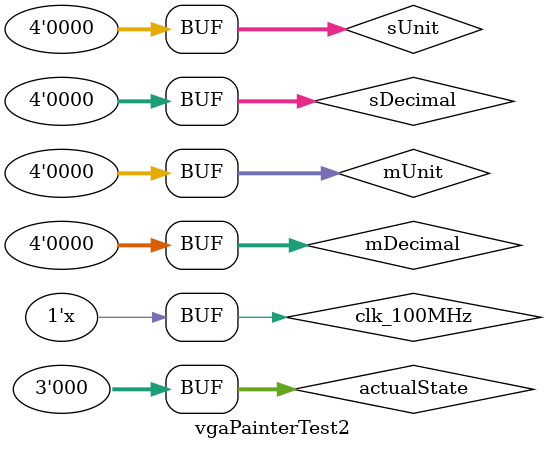
<source format=v>
`timescale 1ns / 1ps


module vgaPainterTest2;

	// Inputs
	reg [3:0] mDecimal;
	reg [3:0] mUnit;
	reg [3:0] sUnit;
	reg [3:0] sDecimal;
	reg [2:0] actualState;
	reg clk_100MHz = 0;
	reg finish;

	// Outputs
	wire hsync;
	wire vsync;
	wire [2:0] rgb;
	wire video_on;
	wire [3:0] text_on;

	// Instantiate the Unit Under Test (UUT)
	VgaPainter uut (
		.mDecimal(mDecimal), 
		.mUnit(mUnit), 
		.sUnit(sUnit), 
		.sDecimal(sDecimal), 
		.actualState(actualState), 
		.clk_100MHz(clk_100MHz), 
		.finish(finish), 
		.hsync(hsync), 
		.vsync(vsync), 
		.rgb(rgb), 
		.video_on(video_on), 
		.text_on(text_on)
	);
	always #5 clk_100MHz = ~clk_100MHz;
	initial begin
		// Initialize Inputs
		mDecimal = 0;
		mUnit = 0;
		sUnit = 0;
		sDecimal = 0;
		actualState = 0;

		// Wait 100 ns for global reset to finish
		#100;
        
		// Add stimulus here

	end
      
endmodule


</source>
